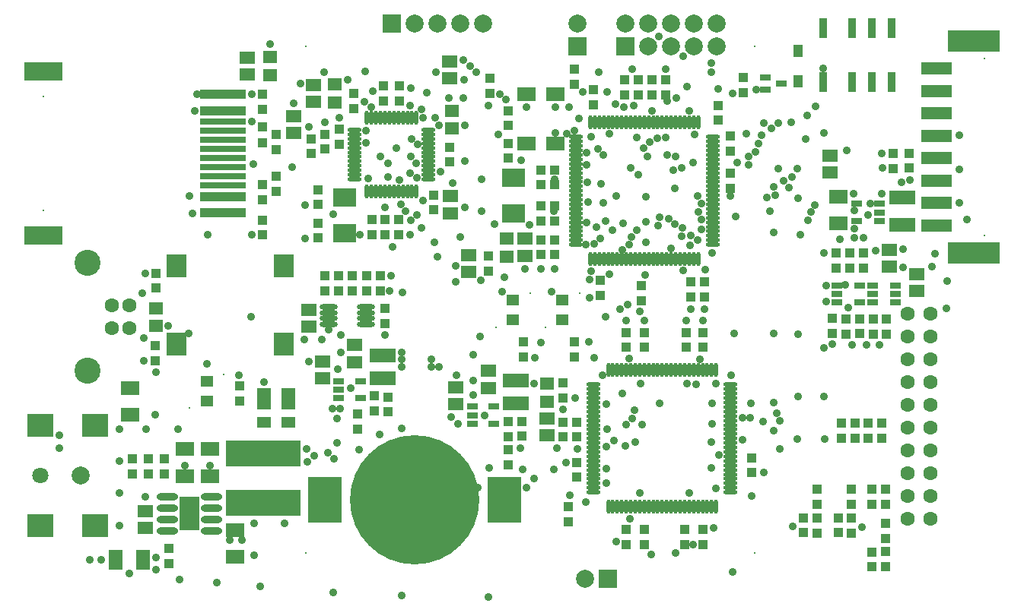
<source format=gts>
%FSLAX44Y44*%
%MOMM*%
G71*
G01*
G75*
G04 Layer_Color=8388736*
%ADD10R,0.9000X0.8500*%
%ADD11R,0.9000X0.9000*%
%ADD12O,1.8000X0.4000*%
%ADD13R,2.0000X2.4000*%
%ADD14R,1.4500X1.1500*%
%ADD15R,0.7000X2.0000*%
%ADD16R,1.1000X0.5500*%
%ADD17R,0.8000X1.2000*%
%ADD18R,1.4000X1.2000*%
%ADD19R,1.9000X1.3000*%
%ADD20R,3.6000X5.0000*%
%ADD21C,15.0000*%
%ADD22R,2.8000X2.4000*%
%ADD23O,2.2000X0.6000*%
%ADD24R,2.0500X3.6000*%
%ADD25R,8.1000X2.8000*%
%ADD26R,1.4000X2.0000*%
%ADD27R,1.4000X2.2000*%
%ADD28R,1.4000X1.0000*%
%ADD29R,1.8000X1.4000*%
%ADD30R,2.4000X1.8000*%
%ADD31O,0.2500X1.3500*%
%ADD32O,1.3500X0.2500*%
%ADD33O,0.2500X1.4000*%
%ADD34O,1.4000X0.2500*%
%ADD35R,4.0000X1.8000*%
%ADD36R,5.0000X0.6000*%
%ADD37R,5.0000X0.8000*%
%ADD38R,1.0000X0.6000*%
%ADD39R,2.6500X1.3500*%
%ADD40R,3.2000X1.2000*%
%ADD41R,5.6000X2.2000*%
%ADD42R,2.7000X1.4000*%
%ADD43R,1.0500X0.6000*%
%ADD44R,1.2000X1.0000*%
%ADD45C,0.2000*%
%ADD46C,0.1500*%
%ADD47C,0.2500*%
%ADD48C,0.3000*%
%ADD49C,0.9000*%
%ADD50C,0.8000*%
%ADD51C,0.6000*%
%ADD52C,0.7000*%
%ADD53C,0.7500*%
%ADD54C,1.0000*%
%ADD55C,1.4000*%
%ADD56C,1.2000*%
%ADD57C,0.5000*%
%ADD58C,0.4000*%
%ADD59C,1.4000*%
%ADD60C,2.7000*%
%ADD61R,1.8000X1.8000*%
%ADD62C,1.8000*%
%ADD63C,1.6000*%
%ADD64R,1.8000X1.8000*%
%ADD65C,0.7000*%
%ADD66C,2.0000*%
%ADD67C,0.1600*%
%ADD68R,1.1032X1.0532*%
%ADD69R,1.1032X1.1032*%
%ADD70O,2.0032X0.6032*%
%ADD71R,2.2032X2.6032*%
%ADD72R,1.6532X1.3532*%
%ADD73R,0.9032X2.2032*%
%ADD74R,1.3032X0.7532*%
%ADD75R,1.0032X1.4032*%
%ADD76R,1.6032X1.4032*%
%ADD77R,2.1032X1.5032*%
%ADD78R,3.8032X5.2032*%
%ADD79C,14.4000*%
%ADD80R,3.0032X2.6032*%
%ADD81O,2.4032X0.8032*%
%ADD82R,2.2532X3.8032*%
%ADD83R,8.3032X3.0032*%
%ADD84R,1.6032X2.2032*%
%ADD85R,1.6032X2.4032*%
%ADD86R,1.6032X1.2032*%
%ADD87R,2.0032X1.6032*%
%ADD88R,2.6032X2.0032*%
%ADD89O,0.4532X1.5532*%
%ADD90O,1.5532X0.4532*%
%ADD91O,0.4532X1.6032*%
%ADD92O,1.6032X0.4532*%
%ADD93R,4.2032X2.0032*%
%ADD94R,5.2032X0.8032*%
%ADD95R,5.2032X1.0032*%
%ADD96R,1.2032X0.8032*%
%ADD97R,2.8532X1.5532*%
%ADD98R,3.4032X1.4032*%
%ADD99R,5.8032X2.4032*%
%ADD100R,2.9032X1.6032*%
%ADD101R,1.2532X0.8032*%
%ADD102R,1.4032X1.2032*%
%ADD103C,1.6032*%
%ADD104C,2.9032*%
%ADD105R,2.0032X2.0032*%
%ADD106C,2.0032*%
%ADD107C,1.8032*%
%ADD108C,0.2032*%
%ADD109R,2.0032X2.0032*%
%ADD110C,0.9032*%
D68*
X-474000Y-47500D02*
D03*
Y-64500D02*
D03*
X-530000Y-47500D02*
D03*
Y-64500D02*
D03*
X-751000Y26500D02*
D03*
Y9500D02*
D03*
X-690000D02*
D03*
Y26500D02*
D03*
X-721000D02*
D03*
Y9500D02*
D03*
X-285500Y230500D02*
D03*
Y247500D02*
D03*
X-165250Y-260250D02*
D03*
Y-243250D02*
D03*
Y-228750D02*
D03*
Y-211750D02*
D03*
X-204000Y-260250D02*
D03*
Y-243250D02*
D03*
Y-228750D02*
D03*
Y-211750D02*
D03*
X-127750Y-298250D02*
D03*
Y-281250D02*
D03*
Y-266750D02*
D03*
Y-249750D02*
D03*
X-131500Y-154500D02*
D03*
Y-137500D02*
D03*
X-146500Y-154500D02*
D03*
Y-137500D02*
D03*
X-161500Y-154500D02*
D03*
Y-137500D02*
D03*
X-176500Y-154500D02*
D03*
Y-137500D02*
D03*
X-127750Y-228750D02*
D03*
Y-211750D02*
D03*
X-142750Y-228750D02*
D03*
Y-211750D02*
D03*
X-300500Y140750D02*
D03*
Y123750D02*
D03*
X-480750Y-230750D02*
D03*
Y-247750D02*
D03*
X-399500Y15750D02*
D03*
Y-1250D02*
D03*
X-474000Y256500D02*
D03*
Y239500D02*
D03*
X-668250Y221500D02*
D03*
Y238500D02*
D03*
X-686250Y221500D02*
D03*
Y238500D02*
D03*
X-699250Y89000D02*
D03*
Y72000D02*
D03*
X-966000Y-194500D02*
D03*
Y-177500D02*
D03*
X-948000D02*
D03*
Y-194500D02*
D03*
X-846500Y-96250D02*
D03*
Y-113250D02*
D03*
X-821000Y192000D02*
D03*
Y175000D02*
D03*
X-806000Y184000D02*
D03*
Y167000D02*
D03*
Y120000D02*
D03*
Y137000D02*
D03*
X-821000Y111000D02*
D03*
Y128000D02*
D03*
X-547750Y-135750D02*
D03*
Y-152750D02*
D03*
X-547750Y-167250D02*
D03*
Y-184250D02*
D03*
X-696000Y-107500D02*
D03*
Y-124500D02*
D03*
X-714750Y-127750D02*
D03*
Y-144750D02*
D03*
X-387500Y244750D02*
D03*
Y227750D02*
D03*
X-141250Y-21500D02*
D03*
Y-38500D02*
D03*
X-126250D02*
D03*
Y-21500D02*
D03*
X-402500Y227750D02*
D03*
Y244750D02*
D03*
X-417500Y227750D02*
D03*
Y244750D02*
D03*
X-182250Y35000D02*
D03*
Y52000D02*
D03*
X-167250D02*
D03*
Y35000D02*
D03*
X-186250Y-38250D02*
D03*
Y-21250D02*
D03*
X-171250Y-38500D02*
D03*
Y-21500D02*
D03*
X-372500Y227750D02*
D03*
Y244750D02*
D03*
X-568000Y229500D02*
D03*
Y246500D02*
D03*
X-669250Y71750D02*
D03*
Y88750D02*
D03*
D69*
X-736000Y9750D02*
D03*
Y26250D02*
D03*
X-705000D02*
D03*
Y9750D02*
D03*
X-684500Y-26500D02*
D03*
Y-10000D02*
D03*
X-180250Y-260000D02*
D03*
Y-243500D02*
D03*
X-219000Y-260000D02*
D03*
Y-243500D02*
D03*
X-142750Y-298000D02*
D03*
Y-281500D02*
D03*
X-940000Y-68000D02*
D03*
Y-51500D02*
D03*
X-939500Y29000D02*
D03*
Y12500D02*
D03*
X-547000Y193750D02*
D03*
Y210250D02*
D03*
Y173750D02*
D03*
Y157250D02*
D03*
X-684250Y72250D02*
D03*
Y88750D02*
D03*
X-930000Y-194250D02*
D03*
Y-177750D02*
D03*
X-925000Y-277750D02*
D03*
Y-294250D02*
D03*
X-759250Y122500D02*
D03*
Y106000D02*
D03*
Y68500D02*
D03*
Y85000D02*
D03*
X-630000Y99750D02*
D03*
Y116250D02*
D03*
X-767000Y179250D02*
D03*
Y162750D02*
D03*
X-719250Y212750D02*
D03*
Y229250D02*
D03*
X-612750Y153250D02*
D03*
Y169750D02*
D03*
X-735000Y189750D02*
D03*
Y173250D02*
D03*
X-751000Y184250D02*
D03*
Y167750D02*
D03*
X-569000Y48250D02*
D03*
Y31750D02*
D03*
X-496000Y66250D02*
D03*
Y49750D02*
D03*
X-511000Y66250D02*
D03*
Y49750D02*
D03*
X-329250Y19250D02*
D03*
Y2750D02*
D03*
X-313750Y199750D02*
D03*
Y216250D02*
D03*
X-452750Y217000D02*
D03*
Y233500D02*
D03*
X-444750Y21000D02*
D03*
Y4500D02*
D03*
X-496000Y127750D02*
D03*
Y144250D02*
D03*
Y104250D02*
D03*
Y87750D02*
D03*
X-300500Y165500D02*
D03*
Y182000D02*
D03*
X-344250Y19250D02*
D03*
Y2750D02*
D03*
X-511000Y144250D02*
D03*
Y127750D02*
D03*
Y87750D02*
D03*
Y104250D02*
D03*
X-486500Y-93250D02*
D03*
Y-109750D02*
D03*
X-486000Y-136750D02*
D03*
Y-153250D02*
D03*
X-471000Y-136750D02*
D03*
Y-153250D02*
D03*
X-396000Y-256750D02*
D03*
Y-273250D02*
D03*
X-351000Y-256750D02*
D03*
Y-273250D02*
D03*
X-349000Y-53250D02*
D03*
Y-36750D02*
D03*
X-396000Y-53250D02*
D03*
Y-36750D02*
D03*
X-471000Y-181750D02*
D03*
Y-198250D02*
D03*
X-331000Y-53250D02*
D03*
Y-36750D02*
D03*
X-416000Y-53250D02*
D03*
Y-36750D02*
D03*
X-276000Y-176500D02*
D03*
Y-193000D02*
D03*
X-416000Y-256750D02*
D03*
Y-273250D02*
D03*
X-331000Y-256750D02*
D03*
Y-273250D02*
D03*
X-820750Y212250D02*
D03*
Y228750D02*
D03*
X-821000Y88616D02*
D03*
Y72116D02*
D03*
X-532500Y-152500D02*
D03*
Y-136000D02*
D03*
X-681000Y-125500D02*
D03*
Y-109000D02*
D03*
X-156250Y-21750D02*
D03*
Y-38250D02*
D03*
X-152250Y35250D02*
D03*
Y51750D02*
D03*
X-119000Y146000D02*
D03*
Y162500D02*
D03*
X-100750Y146250D02*
D03*
Y162750D02*
D03*
D70*
X-705250Y-27750D02*
D03*
Y-21250D02*
D03*
Y-14750D02*
D03*
Y-8250D02*
D03*
X-746750Y-27750D02*
D03*
Y-21250D02*
D03*
Y-14750D02*
D03*
Y-8250D02*
D03*
D71*
X-796750Y-49500D02*
D03*
X-916750D02*
D03*
X-796750Y37500D02*
D03*
X-916750D02*
D03*
D72*
X-769250Y-30500D02*
D03*
Y-11500D02*
D03*
X-591000Y30500D02*
D03*
Y49500D02*
D03*
X-189500Y160500D02*
D03*
Y141500D02*
D03*
X-123500Y55500D02*
D03*
Y36500D02*
D03*
X-838000Y250750D02*
D03*
Y269750D02*
D03*
X-951000Y-254750D02*
D03*
Y-235750D02*
D03*
X-763750Y239000D02*
D03*
Y220000D02*
D03*
X-786250Y204500D02*
D03*
Y185500D02*
D03*
X-612000Y96000D02*
D03*
Y115000D02*
D03*
X-612750Y265500D02*
D03*
Y246500D02*
D03*
X-528750Y67500D02*
D03*
Y48500D02*
D03*
X-503750Y-132750D02*
D03*
Y-151750D02*
D03*
X-569500Y-79500D02*
D03*
Y-98500D02*
D03*
X-606000Y-116750D02*
D03*
Y-97750D02*
D03*
X-718000Y-51000D02*
D03*
Y-70000D02*
D03*
X-754250Y-88250D02*
D03*
Y-69250D02*
D03*
X-92750Y9500D02*
D03*
Y28500D02*
D03*
D73*
X-197000Y302250D02*
D03*
X-143000D02*
D03*
X-165000D02*
D03*
X-197000Y242250D02*
D03*
X-143000D02*
D03*
X-165000D02*
D03*
X-121000D02*
D03*
Y302250D02*
D03*
D74*
X-243750Y240750D02*
D03*
X-260750Y234250D02*
D03*
Y247250D02*
D03*
D75*
X-225000Y243250D02*
D03*
Y277250D02*
D03*
D76*
X-939750Y-29750D02*
D03*
Y-9750D02*
D03*
X-812250Y250250D02*
D03*
Y270250D02*
D03*
X-610000Y210500D02*
D03*
Y190500D02*
D03*
X-740750Y239500D02*
D03*
Y219500D02*
D03*
X-549000Y48000D02*
D03*
Y68000D02*
D03*
X-504000Y-94000D02*
D03*
Y-114000D02*
D03*
D77*
X-527000Y173500D02*
D03*
X-495000D02*
D03*
X-527000Y228500D02*
D03*
X-495000D02*
D03*
D78*
X-751250Y-223500D02*
D03*
X-551250D02*
D03*
D79*
X-651250D02*
D03*
D80*
X-1007250Y-140500D02*
D03*
X-1068250D02*
D03*
Y-252500D02*
D03*
X-1007250D02*
D03*
D81*
X-926250Y-219950D02*
D03*
Y-232650D02*
D03*
Y-245350D02*
D03*
Y-258050D02*
D03*
X-877750Y-219950D02*
D03*
Y-232650D02*
D03*
Y-245350D02*
D03*
Y-258050D02*
D03*
D82*
X-902000Y-239000D02*
D03*
D83*
X-820000Y-171500D02*
D03*
Y-226500D02*
D03*
D84*
X-984000Y-290000D02*
D03*
X-954000D02*
D03*
D85*
X-818750Y-111000D02*
D03*
X-792000D02*
D03*
D86*
X-818750Y-137000D02*
D03*
X-792000D02*
D03*
D87*
X-968500Y-128500D02*
D03*
Y-98500D02*
D03*
X-851000Y-287000D02*
D03*
Y-257000D02*
D03*
X-907000Y-197000D02*
D03*
Y-167000D02*
D03*
X-879000Y-197000D02*
D03*
Y-167000D02*
D03*
X-180000Y84500D02*
D03*
Y114500D02*
D03*
D88*
X-729750Y113750D02*
D03*
Y73750D02*
D03*
X-541000Y96000D02*
D03*
Y136000D02*
D03*
D89*
X-456000Y197250D02*
D03*
X-451000D02*
D03*
X-446000D02*
D03*
X-441000D02*
D03*
X-436000D02*
D03*
X-431000D02*
D03*
X-426000D02*
D03*
X-421000D02*
D03*
X-416000D02*
D03*
X-411000D02*
D03*
X-406000D02*
D03*
X-401000D02*
D03*
X-396000D02*
D03*
X-391000D02*
D03*
X-386000D02*
D03*
X-381000D02*
D03*
X-376000D02*
D03*
X-371000D02*
D03*
X-366000D02*
D03*
X-361000D02*
D03*
X-356000D02*
D03*
X-351000D02*
D03*
X-346000D02*
D03*
X-341000D02*
D03*
X-336000D02*
D03*
Y44750D02*
D03*
X-341000D02*
D03*
X-346000D02*
D03*
X-351000D02*
D03*
X-356000D02*
D03*
X-361000D02*
D03*
X-366000D02*
D03*
X-371000D02*
D03*
X-376000D02*
D03*
X-381000D02*
D03*
X-386000D02*
D03*
X-391000D02*
D03*
X-396000D02*
D03*
X-401000D02*
D03*
X-406000D02*
D03*
X-411000D02*
D03*
X-416000D02*
D03*
X-421000D02*
D03*
X-426000D02*
D03*
X-431000D02*
D03*
X-436000D02*
D03*
X-441000D02*
D03*
X-446000D02*
D03*
X-451000D02*
D03*
X-456000D02*
D03*
X-436000Y-231250D02*
D03*
X-431000D02*
D03*
X-426000D02*
D03*
X-421000D02*
D03*
X-416000D02*
D03*
X-411000D02*
D03*
X-406000D02*
D03*
X-401000D02*
D03*
X-396000D02*
D03*
X-391000D02*
D03*
X-386000D02*
D03*
X-381000D02*
D03*
X-376000D02*
D03*
X-371000D02*
D03*
X-366000D02*
D03*
X-361000D02*
D03*
X-356000D02*
D03*
X-351000D02*
D03*
X-346000D02*
D03*
X-341000D02*
D03*
X-336000D02*
D03*
X-331000D02*
D03*
X-326000D02*
D03*
X-321000D02*
D03*
X-316000D02*
D03*
Y-78750D02*
D03*
X-321000D02*
D03*
X-326000D02*
D03*
X-331000D02*
D03*
X-336000D02*
D03*
X-341000D02*
D03*
X-346000D02*
D03*
X-351000D02*
D03*
X-356000D02*
D03*
X-361000D02*
D03*
X-366000D02*
D03*
X-371000D02*
D03*
X-376000D02*
D03*
X-381000D02*
D03*
X-386000D02*
D03*
X-391000D02*
D03*
X-396000D02*
D03*
X-401000D02*
D03*
X-406000D02*
D03*
X-411000D02*
D03*
X-416000D02*
D03*
X-421000D02*
D03*
X-426000D02*
D03*
X-431000D02*
D03*
X-436000D02*
D03*
D90*
X-319750Y181000D02*
D03*
Y176000D02*
D03*
Y171000D02*
D03*
Y166000D02*
D03*
Y161000D02*
D03*
Y156000D02*
D03*
Y151000D02*
D03*
Y146000D02*
D03*
Y141000D02*
D03*
Y136000D02*
D03*
Y131000D02*
D03*
Y126000D02*
D03*
Y121000D02*
D03*
Y116000D02*
D03*
Y111000D02*
D03*
Y106000D02*
D03*
Y101000D02*
D03*
Y96000D02*
D03*
Y91000D02*
D03*
Y86000D02*
D03*
Y81000D02*
D03*
Y76000D02*
D03*
Y71000D02*
D03*
Y66000D02*
D03*
Y61000D02*
D03*
X-472250D02*
D03*
Y66000D02*
D03*
Y71000D02*
D03*
Y76000D02*
D03*
Y81000D02*
D03*
Y86000D02*
D03*
Y91000D02*
D03*
Y96000D02*
D03*
Y101000D02*
D03*
Y106000D02*
D03*
Y111000D02*
D03*
Y116000D02*
D03*
Y121000D02*
D03*
Y126000D02*
D03*
Y131000D02*
D03*
Y136000D02*
D03*
Y141000D02*
D03*
Y146000D02*
D03*
Y151000D02*
D03*
Y156000D02*
D03*
Y161000D02*
D03*
Y166000D02*
D03*
Y171000D02*
D03*
Y176000D02*
D03*
Y181000D02*
D03*
X-452250Y-95000D02*
D03*
Y-100000D02*
D03*
Y-105000D02*
D03*
Y-110000D02*
D03*
Y-115000D02*
D03*
Y-120000D02*
D03*
Y-125000D02*
D03*
Y-130000D02*
D03*
Y-135000D02*
D03*
Y-140000D02*
D03*
Y-145000D02*
D03*
Y-150000D02*
D03*
Y-155000D02*
D03*
Y-160000D02*
D03*
Y-165000D02*
D03*
Y-170000D02*
D03*
Y-175000D02*
D03*
Y-180000D02*
D03*
Y-185000D02*
D03*
Y-190000D02*
D03*
Y-195000D02*
D03*
Y-200000D02*
D03*
Y-205000D02*
D03*
Y-210000D02*
D03*
Y-215000D02*
D03*
X-299750D02*
D03*
Y-210000D02*
D03*
Y-205000D02*
D03*
Y-200000D02*
D03*
Y-195000D02*
D03*
Y-190000D02*
D03*
Y-185000D02*
D03*
Y-180000D02*
D03*
Y-175000D02*
D03*
Y-170000D02*
D03*
Y-165000D02*
D03*
Y-160000D02*
D03*
Y-155000D02*
D03*
Y-150000D02*
D03*
Y-145000D02*
D03*
Y-140000D02*
D03*
Y-135000D02*
D03*
Y-130000D02*
D03*
Y-125000D02*
D03*
Y-120000D02*
D03*
Y-115000D02*
D03*
Y-110000D02*
D03*
Y-105000D02*
D03*
Y-100000D02*
D03*
Y-95000D02*
D03*
D91*
X-704500Y202500D02*
D03*
X-699500D02*
D03*
X-694500D02*
D03*
X-689500D02*
D03*
X-684500D02*
D03*
X-679500D02*
D03*
X-674500D02*
D03*
X-669500D02*
D03*
X-664500D02*
D03*
X-659500D02*
D03*
X-654500D02*
D03*
X-649500D02*
D03*
Y120500D02*
D03*
X-654500D02*
D03*
X-659500D02*
D03*
X-664500D02*
D03*
X-669500D02*
D03*
X-674500D02*
D03*
X-679500D02*
D03*
X-684500D02*
D03*
X-689500D02*
D03*
X-694500D02*
D03*
X-699500D02*
D03*
X-704500D02*
D03*
D92*
X-636000Y189000D02*
D03*
Y184000D02*
D03*
Y179000D02*
D03*
Y174000D02*
D03*
Y169000D02*
D03*
Y164000D02*
D03*
Y159000D02*
D03*
Y154000D02*
D03*
Y149000D02*
D03*
Y144000D02*
D03*
Y139000D02*
D03*
Y134000D02*
D03*
X-718000D02*
D03*
Y139000D02*
D03*
Y144000D02*
D03*
Y149000D02*
D03*
Y154000D02*
D03*
Y159000D02*
D03*
Y164000D02*
D03*
Y169000D02*
D03*
Y174000D02*
D03*
Y179000D02*
D03*
Y184000D02*
D03*
Y189000D02*
D03*
D93*
X-1064750Y71000D02*
D03*
Y254000D02*
D03*
D94*
X-864750Y147200D02*
D03*
Y137000D02*
D03*
Y167600D02*
D03*
Y157400D02*
D03*
Y188000D02*
D03*
Y177800D02*
D03*
Y198200D02*
D03*
Y126800D02*
D03*
D95*
Y210200D02*
D03*
Y114800D02*
D03*
Y96400D02*
D03*
Y228600D02*
D03*
D96*
X-563500Y-119500D02*
D03*
Y-138500D02*
D03*
X-587500D02*
D03*
Y-129000D02*
D03*
Y-119500D02*
D03*
X-711750Y-91000D02*
D03*
Y-110000D02*
D03*
X-735750D02*
D03*
Y-100500D02*
D03*
Y-91000D02*
D03*
D97*
X-687250Y-62500D02*
D03*
Y-87500D02*
D03*
X-539000Y-90750D02*
D03*
Y-115750D02*
D03*
D98*
X-71000Y257500D02*
D03*
Y232500D02*
D03*
Y207500D02*
D03*
Y82500D02*
D03*
Y107500D02*
D03*
Y132100D02*
D03*
Y157500D02*
D03*
Y182500D02*
D03*
D99*
X-29000Y52000D02*
D03*
Y288000D02*
D03*
D100*
X-109000Y113500D02*
D03*
Y83500D02*
D03*
D101*
X-159250Y87500D02*
D03*
Y106500D02*
D03*
X-134250D02*
D03*
Y97000D02*
D03*
Y87500D02*
D03*
X-141500Y15750D02*
D03*
Y6250D02*
D03*
Y-3250D02*
D03*
X-116500D02*
D03*
Y6250D02*
D03*
Y15750D02*
D03*
X-156500D02*
D03*
Y-3250D02*
D03*
X-181500D02*
D03*
Y6250D02*
D03*
Y15750D02*
D03*
D102*
X-883000Y-113250D02*
D03*
Y-91250D02*
D03*
X-542000Y-23000D02*
D03*
Y-1000D02*
D03*
X-487000Y-23000D02*
D03*
Y-1000D02*
D03*
D103*
X-968700Y-7000D02*
D03*
Y-32000D02*
D03*
X-988700D02*
D03*
Y-7000D02*
D03*
X-102700Y-244300D02*
D03*
Y-218900D02*
D03*
Y-193500D02*
D03*
Y-168100D02*
D03*
Y-142700D02*
D03*
X-77300Y-244300D02*
D03*
Y-218900D02*
D03*
Y-142700D02*
D03*
Y-168100D02*
D03*
Y-193500D02*
D03*
Y-66500D02*
D03*
Y-41100D02*
D03*
Y-15700D02*
D03*
Y-91900D02*
D03*
Y-117300D02*
D03*
X-102700Y-15700D02*
D03*
Y-41100D02*
D03*
Y-66500D02*
D03*
Y-91900D02*
D03*
Y-117300D02*
D03*
D104*
X-1015800Y-79700D02*
D03*
Y40700D02*
D03*
D105*
X-470000Y282300D02*
D03*
X-416800D02*
D03*
D106*
X-470000Y307700D02*
D03*
X-1023250Y-196500D02*
D03*
X-315200Y282300D02*
D03*
X-340600D02*
D03*
X-366000D02*
D03*
X-391400D02*
D03*
X-315200Y307700D02*
D03*
X-340600D02*
D03*
X-416800D02*
D03*
X-391400D02*
D03*
X-366000D02*
D03*
X-651650Y307500D02*
D03*
X-626250D02*
D03*
X-600850D02*
D03*
X-575450D02*
D03*
X-461700Y-311000D02*
D03*
D107*
X-1068250Y-196500D02*
D03*
D108*
X-1064750Y226000D02*
D03*
Y99000D02*
D03*
X-772800Y282500D02*
D03*
Y-282500D02*
D03*
X-272800Y282500D02*
D03*
Y-282500D02*
D03*
X-17500Y71500D02*
D03*
Y268500D02*
D03*
X-901900Y-121150D02*
D03*
X-864100Y-83350D02*
D03*
X-560900Y-30900D02*
D03*
X-523100Y6900D02*
D03*
X-505900Y-30900D02*
D03*
X-468100Y6900D02*
D03*
D109*
X-677050Y307500D02*
D03*
X-436300Y-311000D02*
D03*
D110*
X-321000Y-159000D02*
D03*
X-406000D02*
D03*
X-430000Y-157000D02*
D03*
X-379000Y-116000D02*
D03*
X-316000Y-94000D02*
D03*
X-420000Y-105000D02*
D03*
X-438000Y-117000D02*
D03*
X-316000Y-211000D02*
D03*
X-438000Y-205000D02*
D03*
X-252000Y-146000D02*
D03*
X-569250Y-332000D02*
D03*
X-557027Y228761D02*
D03*
X-479500Y214000D02*
D03*
X-526750D02*
D03*
X-495000D02*
D03*
X-464000Y231250D02*
D03*
X-549500Y223250D02*
D03*
X-437500Y231000D02*
D03*
X-427750Y217500D02*
D03*
X-100005Y133006D02*
D03*
X-743000Y-121500D02*
D03*
X-734250D02*
D03*
X-603500Y-138500D02*
D03*
X-611250Y-130750D02*
D03*
X-883000Y-71500D02*
D03*
X-818750Y-91750D02*
D03*
X-846750Y-84250D02*
D03*
X-902750Y-37500D02*
D03*
X-665750Y-58750D02*
D03*
X-624500Y-74750D02*
D03*
X-632500D02*
D03*
Y-66750D02*
D03*
X-665750D02*
D03*
Y-143750D02*
D03*
Y-74750D02*
D03*
X-737500Y-132750D02*
D03*
X-604750Y-84750D02*
D03*
X-605875Y19875D02*
D03*
X-586500Y-61500D02*
D03*
X-370277Y221250D02*
D03*
X-360500Y224875D02*
D03*
X-345750Y209750D02*
D03*
X-348750Y237250D02*
D03*
X-353000Y271500D02*
D03*
X-321250Y253400D02*
D03*
X-372500Y256500D02*
D03*
X-666000Y-329750D02*
D03*
X-741750Y-326250D02*
D03*
X-823000Y-320000D02*
D03*
X-871500Y-315250D02*
D03*
X-913500Y-312500D02*
D03*
X-969250Y-305250D02*
D03*
X-216000Y179000D02*
D03*
X-215000Y205000D02*
D03*
X-196000Y186000D02*
D03*
X-171000Y166000D02*
D03*
X-734000Y-59000D02*
D03*
X-769000Y-69000D02*
D03*
X-737000Y-78000D02*
D03*
X-586500Y-106750D02*
D03*
X-473000Y-110000D02*
D03*
X-486000Y-123000D02*
D03*
X-458000Y-47000D02*
D03*
X-511000Y-48000D02*
D03*
X-579000Y-41000D02*
D03*
X-879000Y-185000D02*
D03*
X-907000D02*
D03*
X-830000Y-285000D02*
D03*
Y-250000D02*
D03*
X-796000D02*
D03*
X-738000Y-160000D02*
D03*
X-741500Y-177750D02*
D03*
X-881500Y72250D02*
D03*
X-830750Y151250D02*
D03*
X-787500Y147750D02*
D03*
X-773250Y68250D02*
D03*
Y105500D02*
D03*
X-642000Y110500D02*
D03*
X-609375Y129625D02*
D03*
X-596000Y102750D02*
D03*
X-601000Y69500D02*
D03*
X-595500Y154500D02*
D03*
X-628781Y202510D02*
D03*
X-643781Y212260D02*
D03*
X-637750Y230750D02*
D03*
X-597500Y224250D02*
D03*
X-446250Y253400D02*
D03*
X-409500Y256500D02*
D03*
X-313500Y234500D02*
D03*
X-232000Y197250D02*
D03*
X-109250Y130250D02*
D03*
X-45000Y145000D02*
D03*
X-45250Y183000D02*
D03*
X-131500Y162500D02*
D03*
X-130750Y146250D02*
D03*
X-387019Y210010D02*
D03*
X-418750Y214000D02*
D03*
X-59000Y20500D02*
D03*
X-59250Y-9750D02*
D03*
X-45500Y107500D02*
D03*
X-131250Y118000D02*
D03*
X-162750Y118250D02*
D03*
X-146750Y94250D02*
D03*
X-144250Y106500D02*
D03*
X-161750Y99250D02*
D03*
X-161700Y68700D02*
D03*
X-178250Y67000D02*
D03*
X-75750Y37000D02*
D03*
X-107750Y55750D02*
D03*
X-138250Y54500D02*
D03*
X-107750Y36000D02*
D03*
X-172500Y16250D02*
D03*
X-169000Y-9000D02*
D03*
X-195750Y-54250D02*
D03*
X-148500Y-50500D02*
D03*
X-186250Y-49500D02*
D03*
X-133750Y-50250D02*
D03*
X-164500Y-50500D02*
D03*
X-252262Y-38002D02*
D03*
X-224500Y-38500D02*
D03*
X-205750Y105000D02*
D03*
X-205250Y215500D02*
D03*
X-225500Y145500D02*
D03*
X-224500Y112500D02*
D03*
X-196250Y52000D02*
D03*
X-248512Y-126756D02*
D03*
X-245000Y-135250D02*
D03*
X-264000Y-136000D02*
D03*
X-277750Y-132000D02*
D03*
X-277500Y-115750D02*
D03*
X-980000Y-215750D02*
D03*
Y-180250D02*
D03*
X-573500Y-129000D02*
D03*
X-763100Y-174400D02*
D03*
X-771200Y-180900D02*
D03*
X-915000Y-145000D02*
D03*
X-950000D02*
D03*
X-980000D02*
D03*
Y-252500D02*
D03*
X-939000Y-301000D02*
D03*
Y-288000D02*
D03*
X-1013000Y-290000D02*
D03*
X-1047000Y-151000D02*
D03*
Y-166000D02*
D03*
X-1000000Y-290000D02*
D03*
X-951000Y-219950D02*
D03*
X-857000Y-268000D02*
D03*
X-844000D02*
D03*
X-939750Y-81250D02*
D03*
X-940000Y-128500D02*
D03*
X-952750Y-68000D02*
D03*
X-953250Y-43000D02*
D03*
X-951500Y28750D02*
D03*
X-925500Y-29750D02*
D03*
X-690250Y-150750D02*
D03*
X-713250Y-167500D02*
D03*
X-723000Y-99250D02*
D03*
X-755000Y-44750D02*
D03*
X-774000D02*
D03*
X-733500Y-40000D02*
D03*
X-605750Y37500D02*
D03*
X-629500Y63500D02*
D03*
X-578000Y21000D02*
D03*
X-665000Y8000D02*
D03*
X-679750Y9750D02*
D03*
X-499500Y8250D02*
D03*
X-554500D02*
D03*
X-456750Y2000D02*
D03*
X-434500Y28250D02*
D03*
X-439000Y-19500D02*
D03*
X-414531Y-6000D02*
D03*
X-422521Y-11000D02*
D03*
X-678000Y26750D02*
D03*
X-684500Y-39500D02*
D03*
X-746750Y-33500D02*
D03*
X-675750Y58750D02*
D03*
X-752000Y253750D02*
D03*
X-706785Y253762D02*
D03*
X-628000Y253000D02*
D03*
X-596500Y244750D02*
D03*
X-595250Y194250D02*
D03*
X-569500Y216250D02*
D03*
X-558500Y183750D02*
D03*
X-495024Y185509D02*
D03*
X-407780Y215750D02*
D03*
X-297500Y229750D02*
D03*
X-271250Y234250D02*
D03*
X-344000Y71250D02*
D03*
X-332306Y77754D02*
D03*
X-518000Y-65000D02*
D03*
X-452000D02*
D03*
X-656750Y141000D02*
D03*
X-680750Y136250D02*
D03*
Y151750D02*
D03*
X-689750Y159000D02*
D03*
X-650000Y152000D02*
D03*
X-648532Y135507D02*
D03*
X-656000Y159000D02*
D03*
X-622500Y142750D02*
D03*
X-577250Y134250D02*
D03*
Y98000D02*
D03*
X-769000Y192500D02*
D03*
X-642031Y202510D02*
D03*
X-656000Y235250D02*
D03*
X-698250Y231750D02*
D03*
X-613250Y224250D02*
D03*
X-707250Y220500D02*
D03*
X-726250Y244500D02*
D03*
X-786250Y219000D02*
D03*
X-473273Y187759D02*
D03*
X-454750Y181500D02*
D03*
X-482273Y184759D02*
D03*
X-256000Y98000D02*
D03*
X-252000Y75000D02*
D03*
X-597000Y267000D02*
D03*
X-590000Y260000D02*
D03*
X-583000Y253000D02*
D03*
X-586500Y-90000D02*
D03*
X-531250Y-189250D02*
D03*
X-533500Y-165750D02*
D03*
X-568250Y-188000D02*
D03*
X-493250Y-166000D02*
D03*
X-496250Y-189250D02*
D03*
X-470500Y-166250D02*
D03*
X-437250Y-144750D02*
D03*
X-437750Y-189000D02*
D03*
X-461250Y-225750D02*
D03*
X-299250Y-84250D02*
D03*
X-442750D02*
D03*
X-231000Y-253000D02*
D03*
X-297500Y-303750D02*
D03*
X-427500Y-269500D02*
D03*
X-346000Y-216000D02*
D03*
X-518250Y-94000D02*
D03*
X-348250D02*
D03*
X-437750Y-163750D02*
D03*
X-292750Y152500D02*
D03*
X-379750Y292750D02*
D03*
X-393750Y63500D02*
D03*
Y86250D02*
D03*
X-336516Y65990D02*
D03*
X-451750Y62003D02*
D03*
X-449272Y80754D02*
D03*
X-460000Y86000D02*
D03*
X-460750Y61250D02*
D03*
X-441750Y107500D02*
D03*
X-458750Y108500D02*
D03*
X-431500Y77250D02*
D03*
X-413020Y61003D02*
D03*
X-420521Y55503D02*
D03*
X-404250Y77250D02*
D03*
X-320500Y-115750D02*
D03*
X-282750Y184500D02*
D03*
X-245000Y-166750D02*
D03*
X-320750Y-138250D02*
D03*
X-279500Y150000D02*
D03*
X-279514Y159008D02*
D03*
X-231761Y136507D02*
D03*
X-321000Y263750D02*
D03*
X-469023Y201760D02*
D03*
X-447272Y167758D02*
D03*
X-459772Y164008D02*
D03*
X-402750Y138750D02*
D03*
X-459772Y150007D02*
D03*
X-459000Y130250D02*
D03*
X-393750Y114750D02*
D03*
X-427000Y115000D02*
D03*
X-404000Y180250D02*
D03*
X-444250Y129277D02*
D03*
X-441272Y161008D02*
D03*
X-833000Y198250D02*
D03*
X-496000Y134250D02*
D03*
X-272263Y164508D02*
D03*
X-409750Y-133000D02*
D03*
X-496250Y98250D02*
D03*
X-655098Y178878D02*
D03*
X-648500Y172500D02*
D03*
X-655750Y88250D02*
D03*
X-662000Y98250D02*
D03*
X-649250Y94500D02*
D03*
X-445272Y68253D02*
D03*
X-523750Y83250D02*
D03*
X-699500Y214750D02*
D03*
X-902000Y115000D02*
D03*
X-899000Y96250D02*
D03*
X-812250Y284500D02*
D03*
X-329000Y-10500D02*
D03*
X-751000Y197250D02*
D03*
X-735000Y202750D02*
D03*
X-832500Y228500D02*
D03*
X-893750D02*
D03*
X-778750Y240250D02*
D03*
X-705250Y187750D02*
D03*
Y175000D02*
D03*
X-742000Y95250D02*
D03*
X-703500Y134500D02*
D03*
X-833000Y72250D02*
D03*
X-528750Y34000D02*
D03*
X-396000Y-23750D02*
D03*
X-331000D02*
D03*
X-416000D02*
D03*
X-412750Y-65500D02*
D03*
X-349250Y-23750D02*
D03*
X-334266Y-66753D02*
D03*
X-286750Y-156250D02*
D03*
X-438772Y87000D02*
D03*
X-562250Y84250D02*
D03*
X-644000Y79750D02*
D03*
X-511000Y34000D02*
D03*
X-496000Y34250D02*
D03*
X-666783Y106255D02*
D03*
X-671849Y168878D02*
D03*
X-668033Y133006D02*
D03*
X-419250Y85000D02*
D03*
X-411000Y147000D02*
D03*
X-533250Y155000D02*
D03*
X-656282Y216261D02*
D03*
X-624530Y194009D02*
D03*
X-389769Y175259D02*
D03*
X-396519Y169008D02*
D03*
X-370518Y161000D02*
D03*
X-392750Y159250D02*
D03*
X-362250Y123750D02*
D03*
X-363268Y144507D02*
D03*
X-249762Y116256D02*
D03*
X-379019Y91255D02*
D03*
X-368750Y89750D02*
D03*
X-246512Y145757D02*
D03*
X-240500Y132250D02*
D03*
X-252012Y125256D02*
D03*
X-235267Y124506D02*
D03*
X-340000Y184000D02*
D03*
X-341767Y152507D02*
D03*
X-300515Y115256D02*
D03*
X-294500Y92250D02*
D03*
X-263250Y-192500D02*
D03*
X-161700Y78700D02*
D03*
X-295750Y-37500D02*
D03*
X-259258Y113750D02*
D03*
X-410020Y70003D02*
D03*
X-412000Y-244500D02*
D03*
X-319000Y-254750D02*
D03*
X-276250Y-219000D02*
D03*
X-153500Y-253500D02*
D03*
X-388000Y-284250D02*
D03*
X-401000Y-216000D02*
D03*
X-338500Y-94500D02*
D03*
X-400000Y-94000D02*
D03*
X-434750Y184500D02*
D03*
X-193750Y15500D02*
D03*
X-193250Y-2500D02*
D03*
X-328250Y33250D02*
D03*
X-344250Y-11000D02*
D03*
X-400750Y-13000D02*
D03*
X-380244Y82254D02*
D03*
X-372500Y180750D02*
D03*
X-360768Y159758D02*
D03*
X-354267Y146757D02*
D03*
X-336266Y115006D02*
D03*
X-320250Y52250D02*
D03*
X-332016Y89004D02*
D03*
X-332000Y106500D02*
D03*
X-336000Y97750D02*
D03*
X-353272Y79750D02*
D03*
X-345000Y60000D02*
D03*
X-895750Y210250D02*
D03*
X-551500Y24500D02*
D03*
X-454750Y31750D02*
D03*
X-312500Y-173500D02*
D03*
X-483000Y-181750D02*
D03*
X-417250Y-163500D02*
D03*
X-321016Y-187766D02*
D03*
X-225500Y-156000D02*
D03*
X-381519Y180009D02*
D03*
X-246750Y196250D02*
D03*
X-254762Y190759D02*
D03*
X-268750Y173750D02*
D03*
X-263250Y196250D02*
D03*
X-265263Y182759D02*
D03*
X-222500Y71750D02*
D03*
X-214000Y88250D02*
D03*
X-210500Y97250D02*
D03*
X-252262Y-114756D02*
D03*
X-224500Y-108500D02*
D03*
X-196000D02*
D03*
X-195250Y-155750D02*
D03*
X-72250Y50750D02*
D03*
X-37000Y89250D02*
D03*
X-197000Y257750D02*
D03*
X-352500Y32250D02*
D03*
X-395250Y27500D02*
D03*
X-361750Y84000D02*
D03*
X-354500Y70750D02*
D03*
X-365768Y57003D02*
D03*
X-341250Y-273250D02*
D03*
X-361250Y-282750D02*
D03*
X-518250Y-200000D02*
D03*
X-478500Y-218500D02*
D03*
X-527000Y-209750D02*
D03*
X-581250D02*
D03*
X-286750Y-131750D02*
D03*
X-416500Y-139500D02*
D03*
X-398519Y-139757D02*
D03*
X-406770Y-123756D02*
D03*
X-771300Y-166500D02*
D03*
X-151900Y68700D02*
D03*
X-748300Y-171200D02*
D03*
X-833250Y-19500D02*
D03*
X-456500Y22500D02*
D03*
X-712035Y72003D02*
D03*
X-684250Y102250D02*
D03*
X-656500Y71750D02*
D03*
X-626250Y48000D02*
D03*
X-955000Y7000D02*
D03*
M02*

</source>
